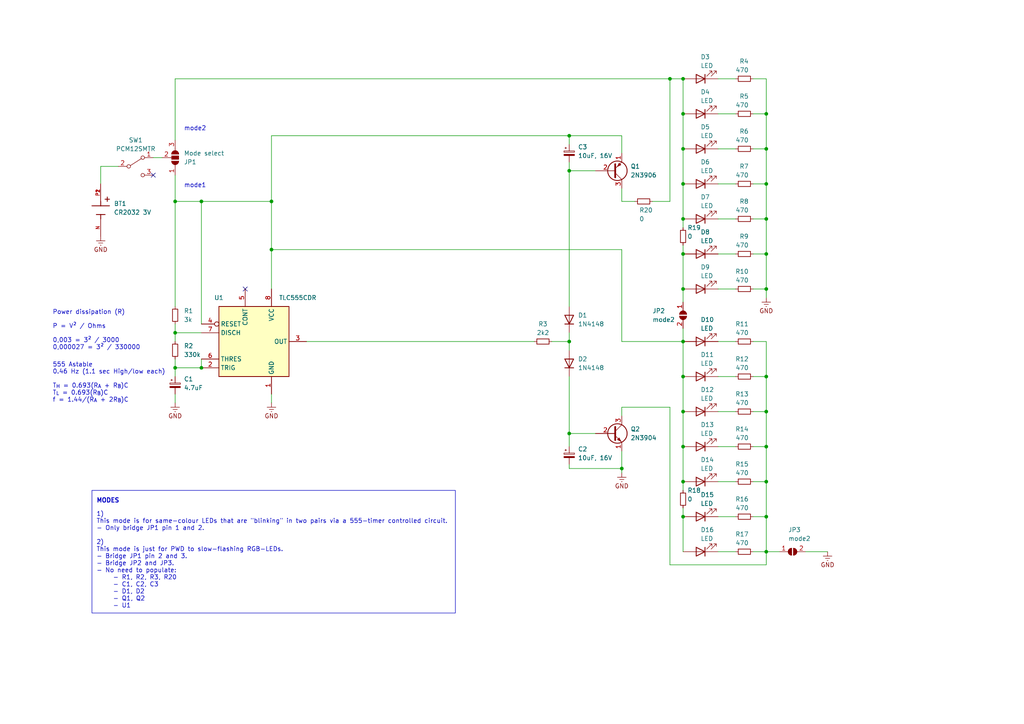
<source format=kicad_sch>
(kicad_sch (version 20230121) (generator eeschema)
  (paper "A4")
  (title_block (title "Christmas Ornament 2023 - Tree") (date "2023-11-12") (rev "1.0") (company "Danni's Creations") (comment 1 "Danni Randeris"))
  (lib_symbols
    (symbol "DARAN_SYMBOLS:1N4148" (pin_numbers hide) (pin_names (offset 1.016) hide)
      (property "Reference" "D" (at 0 2.54 0))
      (property "Value" "1N4148" (at 0 -2.54 0))
      (symbol "1N4148_0_1"
        (polyline (pts (xy -1.27 1.27) (xy -1.27 -1.27)) (stroke (width 0.254)))
        (polyline (pts (xy 1.27 0) (xy -1.27 0)))
        (polyline (pts (xy 1.27 1.27) (xy 1.27 -1.27) (xy -1.27 0) (xy 1.27 1.27)) (stroke (width 0.254)))
      )
      (symbol "1N4148_1_1"
        (pin passive line (at -3.81 0 0) (length 2.54) (name "K") (number "1"))
        (pin passive line (at 3.81 0 180) (length 2.54) (name "A") (number "2"))
      )
    )
    (symbol "DARAN_SYMBOLS:2N3906" (pin_names (offset 0) hide)
      (property "Reference" "Q" (at 5.08 1.905 0))
      (property "Value" "2N3906" (at 5.08 0 0))
      (symbol "2N3906_0_1"
        (polyline (pts (xy 0.635 0.635) (xy 2.54 2.54)))
        (polyline (pts (xy 0.635 -0.635) (xy 2.54 -2.54) (xy 2.54 -2.54)))
        (polyline (pts (xy 0.635 1.905) (xy 0.635 -1.905) (xy 0.635 -1.905)) (stroke (width 0.508)))
        (polyline (pts (xy 1.778 2.2352) (xy 2.286 1.7272) (xy 1.27 1.2192) (xy 1.778 2.2352) (xy 1.778 2.2352)) (fill (type outline)))
        (circle (center 1.27 0) (radius 2.8194) (stroke (width 0.254)))
      )
      (symbol "2N3906_1_1"
        (pin passive line (at 2.54 5.08 270) (length 2.54) (name "E") (number "1"))
        (pin input line (at -5.08 0 0) (length 5.715) (name "B") (number "2"))
        (pin passive line (at 2.54 -5.08 90) (length 2.54) (name "C") (number "3"))
      )
    )
    (symbol "DARAN_SYMBOLS:BAT-HLD-003-SMT" (pin_names (offset 1.016))
      (property "Reference" "BT" (at -3.81 3.81 0))
      (property "Value" "BAT-HLD-003-SMT" (at -3.81 -5.08 0))
      (symbol "BAT-HLD-003-SMT_0_0"
        (polyline (pts (xy -3.81 1.905) (xy -2.54 1.905)) (stroke (width 0.254)))
        (polyline (pts (xy -3.175 2.54) (xy -3.175 1.27)) (stroke (width 0.254)))
        (polyline (pts (xy -1.27 0) (xy -2.54 0)) (stroke (width 0.254)))
        (polyline (pts (xy -1.27 0) (xy -1.27 -2.54)) (stroke (width 0.254)))
        (polyline (pts (xy -1.27 2.54) (xy -1.27 0)) (stroke (width 0.254)))
        (polyline (pts (xy 1.27 0) (xy 1.27 -1.27)) (stroke (width 0.254)))
        (polyline (pts (xy 1.27 0) (xy 2.54 0)) (stroke (width 0.254)))
        (polyline (pts (xy 1.27 1.27) (xy 1.27 0)) (stroke (width 0.254)))
        (pin passive line (at 7.62 0 180) (length 5.08) (name "~") (number "N"))
        (pin passive line (at -7.62 0 0) (length 5.08) (name "~") (number "P1"))
        (pin passive line (at -7.62 0 0) (length 5.08) (name "~") (number "P2"))
      )
    )
    (symbol "DARAN_SYMBOLS:C_Polarized" (pin_numbers hide) (pin_names (offset 0.254) hide)
      (property "Reference" "C" (at 0.254 1.778 0))
      (property "Value" "C_Polarized" (at 0.254 -2.032 0))
      (symbol "C_Polarized_0_1"
        (rectangle (start -1.524 -0.3048) (end 1.524 -0.6858) (fill (type outline)))
        (rectangle (start -1.524 0.6858) (end 1.524 0.3048))
        (polyline (pts (xy -1.27 1.524) (xy -0.762 1.524)))
        (polyline (pts (xy -1.016 1.27) (xy -1.016 1.778)))
      )
      (symbol "C_Polarized_1_1"
        (pin passive line (at 0 2.54 270) (length 1.8542) (name "~") (number "1"))
        (pin passive line (at 0 -2.54 90) (length 1.8542) (name "~") (number "2"))
      )
    )
    (symbol "DARAN_SYMBOLS:DARAN_GND" (power) (pin_names (offset 0))
      (symbol "DARAN_GND_0_0"
        (text "GND" (at 0 -3.81 0) (effects (font (size 1.27 1.27))))
      )
      (symbol "DARAN_GND_0_1"
        (polyline (pts (xy -0.635 -1.905) (xy 0.635 -1.905)))
        (polyline (pts (xy -0.127 -2.54) (xy 0.127 -2.54)))
        (polyline (pts (xy 0 -1.27) (xy 0 0)))
        (polyline (pts (xy 1.27 -1.27) (xy -1.27 -1.27)))
      )
      (symbol "DARAN_GND_1_1"
        (pin power_in line (at 0 0 270) (length 0) hide (name "GND") (number "1"))
      )
    )
    (symbol "DARAN_SYMBOLS:LED" (pin_numbers hide) (pin_names (offset 1.016) hide)
      (property "Reference" "D" (at 0 2.54 0))
      (property "Value" "LED" (at 0 -2.54 0))
      (symbol "LED_0_1"
        (polyline (pts (xy -1.27 -1.27) (xy -1.27 1.27)) (stroke (width 0.254)))
        (polyline (pts (xy -1.27 0) (xy 1.27 0)))
        (polyline (pts (xy 1.27 -1.27) (xy 1.27 1.27) (xy -1.27 0) (xy 1.27 -1.27)) (stroke (width 0.254)))
        (polyline (pts (xy -3.048 -0.762) (xy -4.572 -2.286) (xy -3.81 -2.286) (xy -4.572 -2.286) (xy -4.572 -1.524)))
        (polyline (pts (xy -1.778 -0.762) (xy -3.302 -2.286) (xy -2.54 -2.286) (xy -3.302 -2.286) (xy -3.302 -1.524)))
      )
      (symbol "LED_1_1"
        (pin passive line (at -5.08 0 0) (length 3.81) (name "K") (number "1"))
        (pin passive line (at 5.08 0 180) (length 3.81) (name "A") (number "2"))
      )
    )
    (symbol "DARAN_SYMBOLS:R" (pin_numbers hide) (pin_names (offset 0.254) hide)
      (property "Reference" "R" (at 0.762 0.508 0))
      (property "Value" "R" (at 0.762 -1.016 0))
      (symbol "R_0_1"
        (rectangle (start -0.762 1.778) (end 0.762 -1.778) (stroke (width 0.2032)))
      )
      (symbol "R_1_1"
        (pin passive line (at 0 2.54 270) (length 0.762) (name "~") (number "1"))
        (pin passive line (at 0 -2.54 90) (length 0.762) (name "~") (number "2"))
      )
    )
    (symbol "DARAN_SYMBOLS:TCL555CDR"
      (property "Reference" "U" (at -10.16 12.7 0))
      (property "Value" "NE555CDR" (at 7.62 12.7 0))
      (symbol "TCL555CDR_0_0"
        (pin power_in line (at 5.08 -15.24 90) (length 5.08) (name "GND") (number "1"))
        (pin power_in line (at 5.08 15.24 270) (length 5.08) (name "VCC") (number "8"))
      )
      (symbol "TCL555CDR_1_1"
        (rectangle (start -10.16 10.16) (end 10.16 -10.16) (stroke (width 0.254)) (fill (type background)))
        (pin input line (at -15.24 -7.62 0) (length 5.08) (name "TRIG") (number "2"))
        (pin output line (at 15.24 0 180) (length 5.08) (name "OUT") (number "3"))
        (pin input inverted (at -15.24 5.08 0) (length 5.08) (name "RESET") (number "4"))
        (pin input line (at -2.54 15.24 270) (length 5.08) (name "CONT") (number "5"))
        (pin input line (at -15.24 -5.08 0) (length 5.08) (name "THRES") (number "6"))
        (pin input line (at -15.24 2.54 0) (length 5.08) (name "DISCH") (number "7"))
      )
    )
    (symbol "Jumper:SolderJumper_2_Open" (pin_names (offset 0) hide)
      (property "Reference" "JP" (at 0 2.032 0))
      (property "Value" "SolderJumper_2_Open" (at 0 -2.54 0))
      (symbol "SolderJumper_2_Open_0_1"
        (arc (start -0.254 1.016) (mid -1.2656 0) (end -0.254 -1.016))
        (arc (start -0.254 1.016) (mid -1.2656 0) (end -0.254 -1.016) (fill (type outline)))
        (polyline (pts (xy -0.254 1.016) (xy -0.254 -1.016)))
        (polyline (pts (xy 0.254 1.016) (xy 0.254 -1.016)))
        (arc (start 0.254 -1.016) (mid 1.2656 0) (end 0.254 1.016))
        (arc (start 0.254 -1.016) (mid 1.2656 0) (end 0.254 1.016) (fill (type outline)))
      )
      (symbol "SolderJumper_2_Open_1_1"
        (pin passive line (at -3.81 0 0) (length 2.54) (name "A") (number "1"))
        (pin passive line (at 3.81 0 180) (length 2.54) (name "B") (number "2"))
      )
    )
    (symbol "Jumper:SolderJumper_3_Open" (pin_names (offset 0) hide)
      (property "Reference" "JP" (at -2.54 -2.54 0))
      (property "Value" "SolderJumper_3_Open" (at 0 2.794 0))
      (symbol "SolderJumper_3_Open_0_1"
        (arc (start -1.016 1.016) (mid -2.0276 0) (end -1.016 -1.016))
        (arc (start -1.016 1.016) (mid -2.0276 0) (end -1.016 -1.016) (fill (type outline)))
        (rectangle (start -0.508 1.016) (end 0.508 -1.016) (fill (type outline)))
        (polyline (pts (xy -2.54 0) (xy -2.032 0)))
        (polyline (pts (xy -1.016 1.016) (xy -1.016 -1.016)))
        (polyline (pts (xy 0 -1.27) (xy 0 -1.016)))
        (polyline (pts (xy 1.016 1.016) (xy 1.016 -1.016)))
        (polyline (pts (xy 2.54 0) (xy 2.032 0)))
        (arc (start 1.016 -1.016) (mid 2.0276 0) (end 1.016 1.016))
        (arc (start 1.016 -1.016) (mid 2.0276 0) (end 1.016 1.016) (fill (type outline)))
      )
      (symbol "SolderJumper_3_Open_1_1"
        (pin passive line (at -5.08 0 0) (length 2.54) (name "A") (number "1"))
        (pin passive line (at 0 -3.81 90) (length 2.54) (name "C") (number "2"))
        (pin passive line (at 5.08 0 180) (length 2.54) (name "B") (number "3"))
      )
    )
    (symbol "Switch:SW_SPDT" (pin_names (offset 0) hide)
      (property "Reference" "SW" (at 0 4.318 0))
      (property "Value" "SW_SPDT" (at 0 -5.08 0))
      (symbol "SW_SPDT_0_0"
        (circle (center -2.032 0) (radius 0.508))
        (circle (center 2.032 -2.54) (radius 0.508))
      )
      (symbol "SW_SPDT_0_1"
        (polyline (pts (xy -1.524 0.254) (xy 1.651 2.286)))
        (circle (center 2.032 2.54) (radius 0.508))
      )
      (symbol "SW_SPDT_1_1"
        (pin passive line (at 5.08 2.54 180) (length 2.54) (name "A") (number "1"))
        (pin passive line (at -5.08 0 0) (length 2.54) (name "B") (number "2"))
        (pin passive line (at 5.08 -2.54 180) (length 2.54) (name "C") (number "3"))
      )
    )
    (symbol "Transistor_BJT:2N3904" (pin_names (offset 0) hide)
      (property "Reference" "Q" (at 5.08 1.905 0))
      (property "Value" "2N3904" (at 5.08 0 0))
      (symbol "2N3904_0_1"
        (polyline (pts (xy 0.635 0.635) (xy 2.54 2.54)))
        (polyline (pts (xy 0.635 -0.635) (xy 2.54 -2.54) (xy 2.54 -2.54)))
        (polyline (pts (xy 0.635 1.905) (xy 0.635 -1.905) (xy 0.635 -1.905)) (stroke (width 0.508)))
        (polyline (pts (xy 1.27 -1.778) (xy 1.778 -1.27) (xy 2.286 -2.286) (xy 1.27 -1.778) (xy 1.27 -1.778)) (fill (type outline)))
        (circle (center 1.27 0) (radius 2.8194) (stroke (width 0.254)))
      )
      (symbol "2N3904_1_1"
        (pin passive line (at 2.54 -5.08 90) (length 2.54) (name "E") (number "1"))
        (pin passive line (at -5.08 0 0) (length 5.715) (name "B") (number "2"))
        (pin passive line (at 2.54 5.08 270) (length 2.54) (name "C") (number "3"))
      )
    )
  )
  (junction (at 222.25 83.82))
  (junction (at 198.12 149.86))
  (junction (at 165.1 49.53))
  (junction (at 198.12 139.7))
  (junction (at 198.12 22.86))
  (junction (at 78.74 58.42))
  (junction (at 78.74 72.39))
  (junction (at 58.42 106.68))
  (junction (at 222.25 63.5))
  (junction (at 198.12 129.54))
  (junction (at 222.25 43.18))
  (junction (at 198.12 109.22))
  (junction (at 198.12 43.18))
  (junction (at 58.42 58.42))
  (junction (at 222.25 73.66))
  (junction (at 165.1 99.06))
  (junction (at 198.12 53.34))
  (junction (at 198.12 73.66))
  (junction (at 50.8 106.68))
  (junction (at 222.25 149.86))
  (junction (at 198.12 119.38))
  (junction (at 180.34 135.89))
  (junction (at 198.12 33.02))
  (junction (at 222.25 119.38))
  (junction (at 165.1 125.73))
  (junction (at 50.8 96.52))
  (junction (at 198.12 99.06))
  (junction (at 198.12 83.82))
  (junction (at 222.25 53.34))
  (junction (at 194.31 22.86))
  (junction (at 222.25 129.54))
  (junction (at 222.25 33.02))
  (junction (at 222.25 109.22))
  (junction (at 222.25 160.02))
  (junction (at 222.25 139.7))
  (junction (at 198.12 63.5))
  (junction (at 50.8 58.42))
  (junction (at 165.1 39.37))
  (no_connect (at 44.45 50.8))
  (no_connect (at 71.12 83.82))
  (wire (pts (xy 58.42 58.42) (xy 78.74 58.42)))
  (wire (pts (xy 180.34 99.06) (xy 180.34 72.39)))
  (wire (pts (xy 78.74 39.37) (xy 165.1 39.37)))
  (wire (pts (xy 208.28 129.54) (xy 213.36 129.54)))
  (wire (pts (xy 198.12 71.12) (xy 198.12 73.66)))
  (wire (pts (xy 198.12 99.06) (xy 180.34 99.06)))
  (wire (pts (xy 218.44 73.66) (xy 222.25 73.66)))
  (wire (pts (xy 50.8 106.68) (xy 58.42 106.68)))
  (wire (pts (xy 222.25 73.66) (xy 222.25 83.82)))
  (wire (pts (xy 165.1 39.37) (xy 180.34 39.37)))
  (wire (pts (xy 78.74 114.3) (xy 78.74 116.84)))
  (wire (pts (xy 198.12 139.7) (xy 198.12 142.24)))
  (wire (pts (xy 160.02 99.06) (xy 165.1 99.06)))
  (wire (pts (xy 194.31 163.83) (xy 222.25 163.83)))
  (wire (pts (xy 180.34 118.11) (xy 194.31 118.11)))
  (wire (pts (xy 78.74 39.37) (xy 78.74 58.42)))
  (wire (pts (xy 222.25 109.22) (xy 222.25 119.38)))
  (wire (pts (xy 222.25 160.02) (xy 222.25 163.83)))
  (wire (pts (xy 208.28 53.34) (xy 213.36 53.34)))
  (wire (pts (xy 198.12 147.32) (xy 198.12 149.86)))
  (wire (pts (xy 222.25 53.34) (xy 222.25 63.5)))
  (wire (pts (xy 29.21 48.26) (xy 34.29 48.26)))
  (wire (pts (xy 194.31 22.86) (xy 198.12 22.86)))
  (wire (pts (xy 222.25 119.38) (xy 222.25 129.54)))
  (wire (pts (xy 218.44 43.18) (xy 222.25 43.18)))
  (wire (pts (xy 222.25 83.82) (xy 218.44 83.82)))
  (wire (pts (xy 194.31 58.42) (xy 194.31 22.86)))
  (wire (pts (xy 222.25 160.02) (xy 226.06 160.02)))
  (wire (pts (xy 208.28 33.02) (xy 213.36 33.02)))
  (wire (pts (xy 222.25 63.5) (xy 222.25 73.66)))
  (wire (pts (xy 194.31 118.11) (xy 194.31 163.83)))
  (wire (pts (xy 218.44 63.5) (xy 222.25 63.5)))
  (wire (pts (xy 198.12 95.25) (xy 198.12 99.06)))
  (wire (pts (xy 208.28 119.38) (xy 213.36 119.38)))
  (wire (pts (xy 222.25 149.86) (xy 222.25 160.02)))
  (wire (pts (xy 165.1 135.89) (xy 180.34 135.89)))
  (wire (pts (xy 208.28 63.5) (xy 213.36 63.5)))
  (wire (pts (xy 218.44 109.22) (xy 222.25 109.22)))
  (wire (pts (xy 198.12 109.22) (xy 198.12 119.38)))
  (wire (pts (xy 208.28 83.82) (xy 213.36 83.82)))
  (wire (pts (xy 208.28 139.7) (xy 213.36 139.7)))
  (wire (pts (xy 198.12 63.5) (xy 198.12 66.04)))
  (wire (pts (xy 50.8 58.42) (xy 50.8 88.9)))
  (wire (pts (xy 222.25 33.02) (xy 222.25 43.18)))
  (wire (pts (xy 50.8 104.14) (xy 50.8 106.68)))
  (wire (pts (xy 172.72 125.73) (xy 165.1 125.73)))
  (wire (pts (xy 78.74 72.39) (xy 78.74 58.42)))
  (wire (pts (xy 29.21 53.34) (xy 29.21 48.26)))
  (wire (pts (xy 50.8 96.52) (xy 50.8 99.06)))
  (wire (pts (xy 208.28 22.86) (xy 213.36 22.86)))
  (wire (pts (xy 218.44 119.38) (xy 222.25 119.38)))
  (wire (pts (xy 222.25 99.06) (xy 222.25 109.22)))
  (wire (pts (xy 50.8 93.98) (xy 50.8 96.52)))
  (wire (pts (xy 58.42 104.14) (xy 58.42 106.68)))
  (wire (pts (xy 198.12 53.34) (xy 198.12 63.5)))
  (wire (pts (xy 165.1 49.53) (xy 165.1 88.9)))
  (wire (pts (xy 180.34 54.61) (xy 180.34 58.42)))
  (wire (pts (xy 208.28 99.06) (xy 213.36 99.06)))
  (wire (pts (xy 50.8 106.68) (xy 50.8 109.22)))
  (wire (pts (xy 50.8 96.52) (xy 58.42 96.52)))
  (wire (pts (xy 44.45 45.72) (xy 46.99 45.72)))
  (wire (pts (xy 165.1 134.62) (xy 165.1 135.89)))
  (wire (pts (xy 208.28 109.22) (xy 213.36 109.22)))
  (wire (pts (xy 233.68 160.02) (xy 240.03 160.02)))
  (wire (pts (xy 222.25 129.54) (xy 222.25 139.7)))
  (wire (pts (xy 198.12 119.38) (xy 198.12 129.54)))
  (wire (pts (xy 198.12 33.02) (xy 198.12 43.18)))
  (wire (pts (xy 208.28 160.02) (xy 213.36 160.02)))
  (wire (pts (xy 222.25 160.02) (xy 218.44 160.02)))
  (wire (pts (xy 222.25 139.7) (xy 222.25 149.86)))
  (wire (pts (xy 50.8 22.86) (xy 194.31 22.86)))
  (wire (pts (xy 172.72 49.53) (xy 165.1 49.53)))
  (wire (pts (xy 218.44 139.7) (xy 222.25 139.7)))
  (wire (pts (xy 222.25 43.18) (xy 222.25 53.34)))
  (wire (pts (xy 218.44 129.54) (xy 222.25 129.54)))
  (wire (pts (xy 198.12 22.86) (xy 198.12 33.02)))
  (wire (pts (xy 218.44 22.86) (xy 222.25 22.86)))
  (wire (pts (xy 222.25 22.86) (xy 222.25 33.02)))
  (wire (pts (xy 78.74 83.82) (xy 78.74 72.39)))
  (wire (pts (xy 165.1 99.06) (xy 165.1 101.6)))
  (wire (pts (xy 208.28 73.66) (xy 213.36 73.66)))
  (wire (pts (xy 58.42 58.42) (xy 50.8 58.42)))
  (wire (pts (xy 50.8 40.64) (xy 50.8 22.86)))
  (wire (pts (xy 180.34 72.39) (xy 78.74 72.39)))
  (wire (pts (xy 198.12 149.86) (xy 198.12 160.02)))
  (wire (pts (xy 198.12 129.54) (xy 198.12 139.7)))
  (wire (pts (xy 165.1 39.37) (xy 165.1 41.91)))
  (wire (pts (xy 165.1 99.06) (xy 165.1 96.52)))
  (wire (pts (xy 198.12 99.06) (xy 198.12 109.22)))
  (wire (pts (xy 180.34 58.42) (xy 184.15 58.42)))
  (wire (pts (xy 58.42 58.42) (xy 58.42 93.98)))
  (wire (pts (xy 218.44 99.06) (xy 222.25 99.06)))
  (wire (pts (xy 165.1 125.73) (xy 165.1 129.54)))
  (wire (pts (xy 165.1 46.99) (xy 165.1 49.53)))
  (wire (pts (xy 50.8 114.3) (xy 50.8 116.84)))
  (wire (pts (xy 180.34 120.65) (xy 180.34 118.11)))
  (wire (pts (xy 208.28 149.86) (xy 213.36 149.86)))
  (wire (pts (xy 180.34 135.89) (xy 180.34 137.16)))
  (wire (pts (xy 189.23 58.42) (xy 194.31 58.42)))
  (wire (pts (xy 208.28 43.18) (xy 213.36 43.18)))
  (wire (pts (xy 88.9 99.06) (xy 154.94 99.06)))
  (wire (pts (xy 180.34 130.81) (xy 180.34 135.89)))
  (wire (pts (xy 198.12 43.18) (xy 198.12 53.34)))
  (wire (pts (xy 222.25 83.82) (xy 222.25 86.36)))
  (wire (pts (xy 218.44 149.86) (xy 222.25 149.86)))
  (wire (pts (xy 218.44 33.02) (xy 222.25 33.02)))
  (wire (pts (xy 218.44 53.34) (xy 222.25 53.34)))
  (wire (pts (xy 198.12 73.66) (xy 198.12 83.82)))
  (wire (pts (xy 165.1 125.73) (xy 165.1 109.22)))
  (wire (pts (xy 198.12 83.82) (xy 198.12 87.63)))
  (wire (pts (xy 50.8 58.42) (xy 50.8 50.8)))
  (wire (pts (xy 180.34 44.45) (xy 180.34 39.37)))
  (rectangle (start 26.67 142.24) (end 132.08 177.8))
  (text "Power dissipation (R)\n\nP = V² / Ohms\n\n0,003 = 3² / 3000\n0,000027 = 3² / 330000" (at 15.24 101.6 0) (effects (font (size 1.27 1.27)) (justify left bottom)))
  (text "1)\nThis mode is for same-colour LEDs that are \"blinking\" in two pairs via a 555-timer controlled circuit.\n- Only bridge JP1 pin 1 and 2.\n\n2)\nThis mode is just for PWD to slow-flashing RGB-LEDs.\n- Bridge JP1 pin 2 and 3.\n- Bridge JP2 and JP3.\n- No need to populate:\n	- R1, R2, R3, R20\n	- C1, C2, C3\n	- D1, D2\n	- Q1, Q2\n	- U1" (at 27.94 176.53 0) (effects (font (size 1.27 1.27)) (justify left bottom)))
  (text "MODES" (at 27.94 146.05 0) (effects (font (size 1.27 1.27) (thickness 0.254) bold) (justify left bottom)))
  (text "mode2" (at 53.34 38.1 0) (effects (font (size 1.27 1.27)) (justify left bottom)))
  (text "555 Astable\n0.46 Hz (1.1 sec High/low each)\n\nT_{H} = 0.693(R_{A} + R_{B})C\nT_{L} = 0.693(R_{B})C\nf = 1.44/(R_{A} + 2R_{B})C" (at 15.24 116.84 0) (effects (font (size 1.27 1.27)) (justify left bottom)))
  (text "mode1" (at 53.34 54.61 0) (effects (font (size 1.27 1.27)) (justify left bottom)))
  (symbol (lib_id "DARAN_SYMBOLS:R") (at 215.9 53.34 90) (unit 1)
    (property "Reference" "R7" (at 217.17 48.26 90) (effects (justify left)))
    (property "Value" "470" (at 217.17 50.8 90) (effects (justify left)))
    (property "Footprint" "Resistor_SMD:R_0805_2012Metric_Pad1.20x1.40mm_HandSolder" (effects hide))
  )
  (symbol (lib_id "DARAN_SYMBOLS:C_Polarized") (at 50.8 111.76 0) (unit 1)
    (property "Reference" "C1" (at 53.34 109.9439 0) (effects (justify left)))
    (property "Value" "4.7uF" (at 53.34 112.4839 0) (effects (justify left)))
    (property "Footprint" "Capacitor_THT:CP_Radial_D5.0mm_P2.00mm" (effects hide))
  )
  (symbol (lib_id "Jumper:SolderJumper_2_Open") (at 198.12 91.44 270) (unit 1)
    (property "Reference" "JP2" (at 189.23 90.17 90) (effects (justify left)))
    (property "Value" "mode2" (at 189.23 92.71 90) (effects (justify left)))
    (property "Footprint" "Jumper:SolderJumper-2_P1.3mm_Open_RoundedPad1.0x1.5mm" (effects hide))
  )
  (symbol (lib_id "DARAN_SYMBOLS:LED") (at 203.2 109.22 180) (unit 1)
    (property "Reference" "D11" (at 203.2 102.87 0) (effects (justify right)))
    (property "Value" "LED" (at 203.2 105.41 0) (effects (justify right)))
    (property "Footprint" "LED_THT:LED_D3.0mm" (effects hide))
  )
  (symbol (lib_id "DARAN_SYMBOLS:LED") (at 203.2 53.34 180) (unit 1)
    (property "Reference" "D6" (at 203.2 46.99 0) (effects (justify right)))
    (property "Value" "LED" (at 203.2 49.53 0) (effects (justify right)))
    (property "Footprint" "LED_THT:LED_D3.0mm" (effects hide))
  )
  (symbol (lib_id "DARAN_SYMBOLS:LED") (at 203.2 43.18 180) (unit 1)
    (property "Reference" "D5" (at 203.2 36.83 0) (effects (justify right)))
    (property "Value" "LED" (at 203.2 39.37 0) (effects (justify right)))
    (property "Footprint" "LED_THT:LED_D3.0mm" (effects hide))
  )
  (symbol (lib_id "DARAN_SYMBOLS:R") (at 215.9 99.06 90) (unit 1)
    (property "Reference" "R11" (at 217.17 93.98 90) (effects (justify left)))
    (property "Value" "470" (at 217.17 96.52 90) (effects (justify left)))
    (property "Footprint" "Resistor_SMD:R_0805_2012Metric_Pad1.20x1.40mm_HandSolder" (effects hide))
  )
  (symbol (lib_id "DARAN_SYMBOLS:LED") (at 203.2 119.38 180) (unit 1)
    (property "Reference" "D12" (at 203.2 113.03 0) (effects (justify right)))
    (property "Value" "LED" (at 203.2 115.57 0) (effects (justify right)))
    (property "Footprint" "LED_THT:LED_D3.0mm" (effects hide))
  )
  (symbol (lib_id "DARAN_SYMBOLS:R") (at 157.48 99.06 90) (unit 1)
    (property "Reference" "R3" (at 157.48 93.98 90))
    (property "Value" "2k2" (at 157.48 96.52 90))
    (property "Footprint" "Resistor_SMD:R_0805_2012Metric_Pad1.20x1.40mm_HandSolder" (effects hide))
  )
  (symbol (lib_id "Jumper:SolderJumper_3_Open") (at 50.8 45.72 270) (mirror x) (unit 1)
    (property "Reference" "JP1" (at 53.34 46.99 90) (effects (justify left)))
    (property "Value" "Mode select" (at 53.34 44.45 90) (effects (justify left)))
    (property "Footprint" "Jumper:SolderJumper-3_P1.3mm_Open_RoundedPad1.0x1.5mm" (effects hide))
  )
  (symbol (lib_id "DARAN_SYMBOLS:LED") (at 203.2 129.54 180) (unit 1)
    (property "Reference" "D13" (at 203.2 123.19 0) (effects (justify right)))
    (property "Value" "LED" (at 203.2 125.73 0) (effects (justify right)))
    (property "Footprint" "LED_THT:LED_D3.0mm" (effects hide))
  )
  (symbol (lib_id "DARAN_SYMBOLS:DARAN_GND") (at 78.74 116.84 0) (unit 1)
    (property "Reference" "#PWR04" (effects hide))
    (property "Value" "DARAN_GND" (effects hide))
  )
  (symbol (lib_id "DARAN_SYMBOLS:LED") (at 203.2 33.02 180) (unit 1)
    (property "Reference" "D4" (at 203.2 26.67 0) (effects (justify right)))
    (property "Value" "LED" (at 203.2 29.21 0) (effects (justify right)))
    (property "Footprint" "LED_THT:LED_D3.0mm" (effects hide))
  )
  (symbol (lib_id "DARAN_SYMBOLS:DARAN_GND") (at 222.25 86.36 0) (unit 1)
    (property "Reference" "#PWR06" (effects hide))
    (property "Value" "DARAN_GND" (effects hide))
  )
  (symbol (lib_id "DARAN_SYMBOLS:R") (at 215.9 63.5 90) (unit 1)
    (property "Reference" "R8" (at 217.17 58.42 90) (effects (justify left)))
    (property "Value" "470" (at 217.17 60.96 90) (effects (justify left)))
    (property "Footprint" "Resistor_SMD:R_0805_2012Metric_Pad1.20x1.40mm_HandSolder" (effects hide))
  )
  (symbol (lib_id "DARAN_SYMBOLS:R") (at 215.9 33.02 90) (unit 1)
    (property "Reference" "R5" (at 217.17 27.94 90) (effects (justify left)))
    (property "Value" "470" (at 217.17 30.48 90) (effects (justify left)))
    (property "Footprint" "Resistor_SMD:R_0805_2012Metric_Pad1.20x1.40mm_HandSolder" (effects hide))
  )
  (symbol (lib_id "DARAN_SYMBOLS:DARAN_GND") (at 180.34 137.16 0) (unit 1)
    (property "Reference" "#PWR05" (effects hide))
    (property "Value" "DARAN_GND" (effects hide))
  )
  (symbol (lib_id "DARAN_SYMBOLS:DARAN_GND") (at 29.21 68.58 0) (unit 1)
    (property "Reference" "#PWR02" (effects hide))
    (property "Value" "DARAN_GND" (effects hide))
  )
  (symbol (lib_id "DARAN_SYMBOLS:R") (at 215.9 139.7 90) (unit 1)
    (property "Reference" "R15" (at 217.17 134.62 90) (effects (justify left)))
    (property "Value" "470" (at 217.17 137.16 90) (effects (justify left)))
    (property "Footprint" "Resistor_SMD:R_0805_2012Metric_Pad1.20x1.40mm_HandSolder" (effects hide))
  )
  (symbol (lib_id "DARAN_SYMBOLS:DARAN_GND") (at 50.8 116.84 0) (unit 1)
    (property "Reference" "#PWR03" (effects hide))
    (property "Value" "DARAN_GND" (effects hide))
  )
  (symbol (lib_id "Transistor_BJT:2N3904") (at 177.8 125.73 0) (unit 1)
    (property "Reference" "Q2" (at 182.88 124.46 0) (effects (justify left)))
    (property "Value" "2N3904" (at 182.88 127 0) (effects (justify left)))
    (property "Footprint" "Package_TO_SOT_THT:TO-92_Inline" (effects hide))
    (property "Datasheet" "https://www.onsemi.com/pub/Collateral/2N3903-D.PDF" (effects hide))
  )
  (symbol (lib_id "DARAN_SYMBOLS:R") (at 215.9 73.66 90) (unit 1)
    (property "Reference" "R9" (at 217.17 68.58 90) (effects (justify left)))
    (property "Value" "470" (at 217.17 71.12 90) (effects (justify left)))
    (property "Footprint" "Resistor_SMD:R_0805_2012Metric_Pad1.20x1.40mm_HandSolder" (effects hide))
  )
  (symbol (lib_id "DARAN_SYMBOLS:R") (at 50.8 101.6 0) (unit 1)
    (property "Reference" "R2" (at 53.34 100.33 0) (effects (justify left)))
    (property "Value" "330k" (at 53.34 102.87 0) (effects (justify left)))
    (property "Footprint" "Resistor_SMD:R_0805_2012Metric_Pad1.20x1.40mm_HandSolder" (effects hide))
  )
  (symbol (lib_id "DARAN_SYMBOLS:R") (at 215.9 160.02 90) (unit 1)
    (property "Reference" "R17" (at 217.17 154.94 90) (effects (justify left)))
    (property "Value" "470" (at 217.17 157.48 90) (effects (justify left)))
    (property "Footprint" "Resistor_SMD:R_0805_2012Metric_Pad1.20x1.40mm_HandSolder" (effects hide))
  )
  (symbol (lib_id "DARAN_SYMBOLS:R") (at 215.9 129.54 90) (unit 1)
    (property "Reference" "R14" (at 217.17 124.46 90) (effects (justify left)))
    (property "Value" "470" (at 217.17 127 90) (effects (justify left)))
    (property "Footprint" "Resistor_SMD:R_0805_2012Metric_Pad1.20x1.40mm_HandSolder" (effects hide))
  )
  (symbol (lib_id "DARAN_SYMBOLS:R") (at 215.9 22.86 90) (unit 1)
    (property "Reference" "R4" (at 217.17 17.78 90) (effects (justify left)))
    (property "Value" "470" (at 217.17 20.32 90) (effects (justify left)))
    (property "Footprint" "Resistor_SMD:R_0805_2012Metric_Pad1.20x1.40mm_HandSolder" (effects hide))
  )
  (symbol (lib_id "DARAN_SYMBOLS:R") (at 50.8 91.44 0) (unit 1)
    (property "Reference" "R1" (at 53.34 90.17 0) (effects (justify left)))
    (property "Value" "3k" (at 53.34 92.71 0) (effects (justify left)))
    (property "Footprint" "Resistor_SMD:R_0805_2012Metric_Pad1.20x1.40mm_HandSolder" (effects hide))
  )
  (symbol (lib_id "DARAN_SYMBOLS:LED") (at 203.2 63.5 180) (unit 1)
    (property "Reference" "D7" (at 203.2 57.15 0) (effects (justify right)))
    (property "Value" "LED" (at 203.2 59.69 0) (effects (justify right)))
    (property "Footprint" "LED_THT:LED_D3.0mm" (effects hide))
  )
  (symbol (lib_id "DARAN_SYMBOLS:BAT-HLD-003-SMT") (at 29.21 60.96 270) (unit 1)
    (property "Reference" "BT1" (at 33.02 59.055 90) (effects (justify left)))
    (property "Value" "CR2032 3V" (at 33.02 61.595 90) (effects (justify left)))
    (property "Footprint" "DARAN:BAT_BAT-HLD-003-SMT" (effects hide))
    (property "Package" "None" (effects hide))
    (property "Price" "None" (effects hide))
    (property "MF" "Linx Technologies Inc." (effects hide))
    (property "MP" "BAT-HLD-003-SMT" (effects hide))
    (property "Description" "Battery Holder Coin 20 SMT Nickel" (effects hide))
  )
  (symbol (lib_id "DARAN_SYMBOLS:DARAN_GND") (at 240.03 160.02 0) (unit 1)
    (property "Reference" "#PWR07" (effects hide))
    (property "Value" "DARAN_GND" (effects hide))
  )
  (symbol (lib_id "DARAN_SYMBOLS:LED") (at 203.2 73.66 180) (unit 1)
    (property "Reference" "D8" (at 203.2 67.31 0) (effects (justify right)))
    (property "Value" "LED" (at 203.2 69.85 0) (effects (justify right)))
    (property "Footprint" "LED_THT:LED_D3.0mm" (effects hide))
  )
  (symbol (lib_id "DARAN_SYMBOLS:LED") (at 203.2 149.86 180) (unit 1)
    (property "Reference" "D15" (at 203.2 143.51 0) (effects (justify right)))
    (property "Value" "LED" (at 203.2 146.05 0) (effects (justify right)))
    (property "Footprint" "LED_THT:LED_D3.0mm" (effects hide))
  )
  (symbol (lib_id "DARAN_SYMBOLS:R") (at 215.9 83.82 90) (unit 1)
    (property "Reference" "R10" (at 217.17 78.74 90) (effects (justify left)))
    (property "Value" "470" (at 217.17 81.28 90) (effects (justify left)))
    (property "Footprint" "Resistor_SMD:R_0805_2012Metric_Pad1.20x1.40mm_HandSolder" (effects hide))
  )
  (symbol (lib_id "DARAN_SYMBOLS:R") (at 215.9 149.86 90) (unit 1)
    (property "Reference" "R16" (at 217.17 144.78 90) (effects (justify left)))
    (property "Value" "470" (at 217.17 147.32 90) (effects (justify left)))
    (property "Footprint" "Resistor_SMD:R_0805_2012Metric_Pad1.20x1.40mm_HandSolder" (effects hide))
  )
  (symbol (lib_id "DARAN_SYMBOLS:R") (at 198.12 144.78 180) (unit 1)
    (property "Reference" "R18" (at 199.39 142.24 0) (effects (justify right)))
    (property "Value" "0" (at 199.39 144.78 0) (effects (justify right)))
    (property "Footprint" "Resistor_SMD:R_1206_3216Metric_Pad1.30x1.75mm_HandSolder" (effects hide))
  )
  (symbol (lib_id "DARAN_SYMBOLS:C_Polarized") (at 165.1 132.08 0) (unit 1)
    (property "Reference" "C2" (at 167.64 130.2639 0) (effects (justify left)))
    (property "Value" "10uF, 16V" (at 167.64 132.8039 0) (effects (justify left)))
    (property "Footprint" "Capacitor_THT:CP_Radial_D4.0mm_P1.50mm" (effects hide))
  )
  (symbol (lib_id "DARAN_SYMBOLS:R") (at 215.9 119.38 90) (unit 1)
    (property "Reference" "R13" (at 217.17 114.3 90) (effects (justify left)))
    (property "Value" "470" (at 217.17 116.84 90) (effects (justify left)))
    (property "Footprint" "Resistor_SMD:R_0805_2012Metric_Pad1.20x1.40mm_HandSolder" (effects hide))
  )
  (symbol (lib_id "DARAN_SYMBOLS:R") (at 186.69 58.42 90) (unit 1)
    (property "Reference" "R20" (at 185.42 60.96 90) (effects (justify right)))
    (property "Value" "0" (at 185.42 63.5 90) (effects (justify right)))
    (property "Footprint" "Resistor_SMD:R_1206_3216Metric_Pad1.30x1.75mm_HandSolder" (effects hide))
  )
  (symbol (lib_id "DARAN_SYMBOLS:LED") (at 203.2 22.86 180) (unit 1)
    (property "Reference" "D3" (at 203.2 16.51 0) (effects (justify right)))
    (property "Value" "LED" (at 203.2 19.05 0) (effects (justify right)))
    (property "Footprint" "LED_THT:LED_D3.0mm" (effects hide))
  )
  (symbol (lib_id "DARAN_SYMBOLS:LED") (at 203.2 99.06 180) (unit 1)
    (property "Reference" "D10" (at 203.2 92.71 0) (effects (justify right)))
    (property "Value" "LED" (at 203.2 95.25 0) (effects (justify right)))
    (property "Footprint" "LED_THT:LED_D3.0mm" (effects hide))
  )
  (symbol (lib_id "DARAN_SYMBOLS:1N4148") (at 165.1 92.71 90) (unit 1)
    (property "Reference" "D1" (at 167.64 91.44 90) (effects (justify right)))
    (property "Value" "1N4148" (at 167.64 93.98 90) (effects (justify right)))
    (property "Footprint" "Diode_THT:D_DO-35_SOD27_P7.62mm_Horizontal" (effects hide))
    (property "Datasheet" "https://assets.nexperia.com/documents/data-sheet/1N4148_1N4448.pdf" (effects hide))
  )
  (symbol (lib_id "DARAN_SYMBOLS:LED") (at 203.2 83.82 180) (unit 1)
    (property "Reference" "D9" (at 203.2 77.47 0) (effects (justify right)))
    (property "Value" "LED" (at 203.2 80.01 0) (effects (justify right)))
    (property "Footprint" "LED_THT:LED_D3.0mm" (effects hide))
  )
  (symbol (lib_id "DARAN_SYMBOLS:LED") (at 203.2 160.02 180) (unit 1)
    (property "Reference" "D16" (at 203.2 153.67 0) (effects (justify right)))
    (property "Value" "LED" (at 203.2 156.21 0) (effects (justify right)))
    (property "Footprint" "LED_THT:LED_D3.0mm" (effects hide))
  )
  (symbol (lib_id "DARAN_SYMBOLS:R") (at 198.12 68.58 180) (unit 1)
    (property "Reference" "R19" (at 199.39 66.04 0) (effects (justify right)))
    (property "Value" "0" (at 199.39 68.58 0) (effects (justify right)))
    (property "Footprint" "Resistor_SMD:R_1206_3216Metric_Pad1.30x1.75mm_HandSolder" (effects hide))
  )
  (symbol (lib_id "DARAN_SYMBOLS:1N4148") (at 165.1 105.41 90) (unit 1)
    (property "Reference" "D2" (at 167.64 104.14 90) (effects (justify right)))
    (property "Value" "1N4148" (at 167.64 106.68 90) (effects (justify right)))
    (property "Footprint" "Diode_THT:D_DO-35_SOD27_P7.62mm_Horizontal" (effects hide))
    (property "Datasheet" "https://assets.nexperia.com/documents/data-sheet/1N4148_1N4448.pdf" (effects hide))
  )
  (symbol (lib_id "Switch:SW_SPDT") (at 39.37 48.26 0) (unit 1)
    (property "Reference" "SW1" (at 39.37 40.64 0))
    (property "Value" "PCM12SMTR" (at 39.37 43.18 0))
    (property "Footprint" "DARAN:SW_PCM12SMTR" (effects hide))
  )
  (symbol (lib_id "DARAN_SYMBOLS:2N3906") (at 177.8 49.53 0) (unit 1)
    (property "Reference" "Q1" (at 182.88 48.26 0) (effects (justify left)))
    (property "Value" "2N3906" (at 182.88 50.8 0) (effects (justify left)))
    (property "Footprint" "Package_TO_SOT_THT:TO-92_Inline" (effects hide))
    (property "Datasheet" "https://www.onsemi.com/pub/Collateral/2N3906-D.PDF" (effects hide))
  )
  (symbol (lib_id "DARAN_SYMBOLS:R") (at 215.9 109.22 90) (unit 1)
    (property "Reference" "R12" (at 217.17 104.14 90) (effects (justify left)))
    (property "Value" "470" (at 217.17 106.68 90) (effects (justify left)))
    (property "Footprint" "Resistor_SMD:R_0805_2012Metric_Pad1.20x1.40mm_HandSolder" (effects hide))
  )
  (symbol (lib_id "DARAN_SYMBOLS:TCL555CDR") (at 73.66 99.06 0) (unit 1)
    (property "Reference" "U1" (at 63.5 86.36 0))
    (property "Value" "TLC555CDR" (at 86.36 86.36 0))
    (property "Footprint" "Package_SO:SOIC-8_3.9x4.9mm_P1.27mm" (effects hide))
  )
  (symbol (lib_id "DARAN_SYMBOLS:C_Polarized") (at 165.1 44.45 0) (unit 1)
    (property "Reference" "C3" (at 167.64 42.6339 0) (effects (justify left)))
    (property "Value" "10uF, 16V" (at 167.64 45.1739 0) (effects (justify left)))
    (property "Footprint" "Capacitor_THT:CP_Radial_D4.0mm_P1.50mm" (effects hide))
  )
  (symbol (lib_id "DARAN_SYMBOLS:R") (at 215.9 43.18 90) (unit 1)
    (property "Reference" "R6" (at 217.17 38.1 90) (effects (justify left)))
    (property "Value" "470" (at 217.17 40.64 90) (effects (justify left)))
    (property "Footprint" "Resistor_SMD:R_0805_2012Metric_Pad1.20x1.40mm_HandSolder" (effects hide))
  )
  (symbol (lib_id "DARAN_SYMBOLS:LED") (at 203.2 139.7 180) (unit 1)
    (property "Reference" "D14" (at 203.2 133.35 0) (effects (justify right)))
    (property "Value" "LED" (at 203.2 135.89 0) (effects (justify right)))
    (property "Footprint" "LED_THT:LED_D3.0mm" (effects hide))
  )
  (symbol (lib_id "Jumper:SolderJumper_2_Open") (at 229.87 160.02 0) (unit 1)
    (property "Reference" "JP3" (at 228.6 153.67 0) (effects (justify left)))
    (property "Value" "mode2" (at 228.6 156.21 0) (effects (justify left)))
    (property "Footprint" "Jumper:SolderJumper-2_P1.3mm_Open_RoundedPad1.0x1.5mm" (effects hide))
  )
)
</source>
